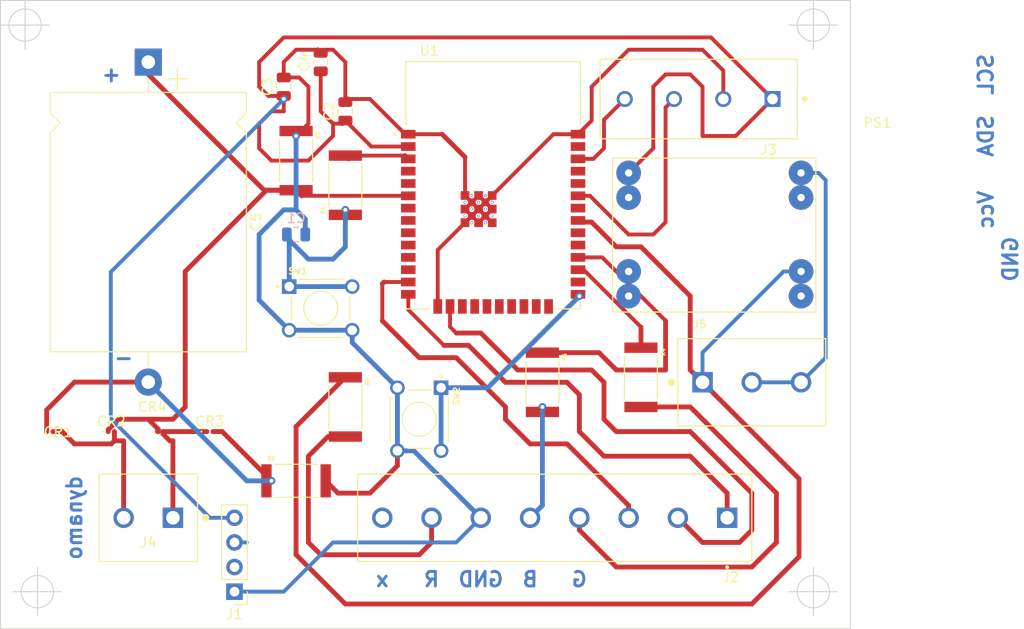
<source format=kicad_pcb>
(kicad_pcb (version 20211014) (generator pcbnew)
  (layers (0 "F.Cu" signal) (31 "B.Cu" signal) (34 "B.Paste" user) (35 "F.Paste" user) (36 "B.SilkS" user "B.Silkscreen") (37 "F.SilkS" user "F.Silkscreen") (38 "B.Mask" user) (39 "F.Mask" user) (44 "Edge.Cuts" user))
  (net 0 "")
  (net 1 "GND")
  (net 2 "Net-(C1-Pad2)")
  (net 3 "Net-(CR1-Pad1)")
  (net 4 "Net-(C5-Pad1)")
  (net 5 "Net-(C5-Pad2)")
  (net 6 "Net-(CR3-Pad1)")
  (net 7 "Net-(J2-Pad1)")
  (net 8 "Net-(J1-Pad2)")
  (net 9 "Net-(J1-Pad3)")
  (net 10 "+3V3")
  (net 11 "Net-(J2-Pad2)")
  (net 12 "Net-(J2-Pad3)")
  (net 13 "Net-(J3-Pad3)")
  (net 14 "Net-(J2-Pad4)")
  (net 15 "Net-(J2-Pad5)")
  (net 16 "Net-(J2-Pad7)")
  (net 18 "Net-(J3-Pad4)")
  (net 19 "Net-(J5-Pad1)")
  (net 20 "Net-(R1-Pad2)")
  (net 21 "Net-(J5-Pad2)")
  (net 24 "Net-(SW2-Pad1)")
  (net 48 "Net-(R4-Pad1)")
  (net 49 "Net-(R5-Pad1)")
  (net 50 "Net-(R6-Pad1)")
  (footprint "Diode_SMD:D_0201_0603Metric" (layer "F.Cu") (at 127 68.58 180)
    (fp_text reference "CR1" (at -0.86 -0.05) (layer "F.SilkS"))
    (fp_text value "1N4148W-TP")
    (fp_circle (center -0.86 0) (end -0.81 0) (layer "F.SilkS") (width 0.1) (fill none))
    (pad "1" smd roundrect (at -0.32 0 180) (size 0.46 0.4) (layers "F.Cu" "F.Mask") (net 3 "Net-(CR1-Pad1)"))
    (pad "2" smd roundrect (at 0.32 0 180) (size 0.46 0.4) (layers "F.Cu" "F.Mask") (net 5 "Net-(C5-Pad2)"))
  )
  (footprint "282837-4:TE_282837-4" (layer "F.Cu") (at 201.5325 34.29 180)
    (fp_text reference "J3" (at 0.4057 -5.22403) (layer "F.SilkS") (effects (font (size 1.001732 1.001732))))
    (fp_text value "282837-4")
    (fp_line (start 17.78 4.1) (end -2.54 4.1) (layer "F.SilkS") (width 0.127))
    (fp_line (start -2.54 4.1) (end -2.54 -4.1) (layer "F.SilkS") (width 0.127))
    (fp_line (start 17.78 -4.1) (end 17.78 4.1) (layer "F.SilkS") (width 0.127))
    (fp_line (start -2.54 -4.1) (end 17.78 -4.1) (layer "F.SilkS") (width 0.127))
    (fp_circle (center -3.31 0) (end -3.16 0) (layer "F.SilkS") (width 0.3) (fill none))
    (pad "1" thru_hole rect locked (at 0 0 180) (size 1.65 1.65) (drill 1.1) (layers *.Cu *.Mask) (net 10 "+3V3"))
    (pad "2" thru_hole circle locked (at 5.08 0 180) (size 1.65 1.65) (drill 1.1) (layers *.Cu *.Mask) (net 1 "GND"))
    (pad "3" thru_hole circle locked (at 10.16 0 180) (size 1.65 1.65) (drill 1.1) (layers *.Cu *.Mask) (net 13 "Net-(J3-Pad3)"))
    (pad "4" thru_hole circle locked (at 15.24 0 180) (size 1.65 1.65) (drill 1.1) (layers *.Cu *.Mask) (net 18 "Net-(J3-Pad4)"))
  )
  (footprint "libraries:RESC6332X65N" (layer "F.Cu") (at 157.48 43.18 90)
    (fp_text reference "R1" (at -2.59 -2.3 90) (layer "F.SilkS") (effects (font (size 0.393701 0.393701))))
    (fp_text value "10k")
    (fp_line (start -2.2 -1.7) (end 2.2 -1.7) (layer "F.SilkS") (width 0.127))
    (fp_line (start -2.2 1.7) (end 2.2 1.7) (layer "F.SilkS") (width 0.127))
    (pad "1" smd rect locked (at -3.055 0 90) (size 1.07 3.42) (layers "F.Cu" "F.Paste" "F.Mask") (net 2 "Net-(C1-Pad2)"))
    (pad "2" smd rect locked (at 3.055 0 90) (size 1.07 3.42) (layers "F.Cu" "F.Paste" "F.Mask") (net 20 "Net-(R1-Pad2)"))
  )
  (footprint "libraries:RESC6332X65N" (layer "F.Cu") (at 157.48 66.04 -90)
    (fp_text reference "R6" (at -2.59 -2.3 90) (layer "F.SilkS") (effects (font (size 0.393701 0.393701))))
    (fp_text value "82")
    (fp_line (start -2.2 -1.7) (end 2.2 -1.7) (layer "F.SilkS") (width 0.127))
    (fp_line (start -2.2 1.7) (end 2.2 1.7) (layer "F.SilkS") (width 0.127))
    (pad "1" smd rect locked (at -3.055 0 270) (size 1.07 3.42) (layers "F.Cu" "F.Paste" "F.Mask") (net 50 "Net-(R6-Pad1)"))
    (pad "2" smd rect locked (at 3.055 0 270) (size 1.07 3.42) (layers "F.Cu" "F.Paste" "F.Mask") (net 16 "Net-(J2-Pad7)"))
  )
  (footprint "Capacitor_SMD:C_0805_2012Metric" (layer "F.Cu") (at 157.48 35.56 90)
    (fp_text reference "C2" (at 0 -1.68 90) (layer "F.SilkS"))
    (fp_text value "220u")
    (fp_line (start -0.261252 0.735) (end 0.261252 0.735) (layer "F.SilkS") (width 0.12))
    (fp_line (start -0.261252 -0.735) (end 0.261252 -0.735) (layer "F.SilkS") (width 0.12))
    (pad "1" smd roundrect (at -0.95 0 90) (size 1 1.45) (layers "F.Cu" "F.Paste" "F.Mask") (net 10 "+3V3"))
    (pad "2" smd roundrect (at 0.95 0 90) (size 1 1.45) (layers "F.Cu" "F.Paste" "F.Mask") (net 1 "GND"))
  )
  (footprint "Capacitor_THT:CP_Axial_L26.5mm_D20.0mm_P33.00mm_Horizontal" (layer "F.Cu") (at 137.16 30.48 -90)
    (fp_text reference "C5" (at 16.5 -11.12 90) (layer "F.SilkS"))
    (fp_text value "1000µ")
    (fp_line (start 5.23 -10.12) (end 6.28 -9.07) (layer "F.SilkS") (width 0.12))
    (fp_line (start 1.64 0) (end 3.13 0) (layer "F.SilkS") (width 0.12))
    (fp_line (start 1.73 -4.05) (end 1.73 -1.95) (layer "F.SilkS") (width 0.12))
    (fp_line (start 31.36 0) (end 29.87 0) (layer "F.SilkS") (width 0.12))
    (fp_line (start 0.68 -3) (end 2.78 -3) (layer "F.SilkS") (width 0.12))
    (fp_line (start 3.13 10.12) (end 5.23 10.12) (layer "F.SilkS") (width 0.12))
    (fp_line (start 29.87 -10.12) (end 29.87 10.12) (layer "F.SilkS") (width 0.12))
    (fp_line (start 3.13 -10.12) (end 5.23 -10.12) (layer "F.SilkS") (width 0.12))
    (fp_line (start 7.33 10.12) (end 29.87 10.12) (layer "F.SilkS") (width 0.12))
    (fp_line (start 7.33 -10.12) (end 29.87 -10.12) (layer "F.SilkS") (width 0.12))
    (fp_line (start 6.28 -9.07) (end 7.33 -10.12) (layer "F.SilkS") (width 0.12))
    (fp_line (start 3.13 -10.12) (end 3.13 10.12) (layer "F.SilkS") (width 0.12))
    (fp_line (start 6.28 9.07) (end 7.33 10.12) (layer "F.SilkS") (width 0.12))
    (fp_line (start 5.23 10.12) (end 6.28 9.07) (layer "F.SilkS") (width 0.12))
    (pad "1" thru_hole rect (at 0 0 270) (size 2.8 2.8) (drill 1.4) (layers *.Cu *.Mask) (net 4 "Net-(C5-Pad1)"))
    (pad "2" thru_hole oval (at 33 0 270) (size 2.8 2.8) (drill 1.4) (layers *.Cu *.Mask) (net 5 "Net-(C5-Pad2)"))
  )
  (footprint "libraries:TE_282841-2" (layer "F.Cu") (at 137.16 77.47 180)
    (fp_text reference "J4" (at 0 -2.54) (layer "F.SilkS") (effects (font (size 1.000984 1.000984))))
    (fp_text value "282841-2")
    (fp_line (start -5.08 -4.5) (end -5.08 4.5) (layer "F.SilkS") (width 0.127))
    (fp_line (start 5.08 -4.5) (end -5.08 -4.5) (layer "F.SilkS") (width 0.127))
    (fp_line (start 5.08 4.5) (end 5.08 -4.5) (layer "F.SilkS") (width 0.127))
    (fp_line (start -5.08 4.5) (end 5.08 4.5) (layer "F.SilkS") (width 0.127))
    (fp_circle (center -5.89 0) (end -5.69 0) (layer "F.SilkS") (width 0.4) (fill none))
    (pad "1" thru_hole rect locked (at -2.54 0 180) (size 2.1 2.1) (drill 1.4) (layers *.Cu *.Mask) (net 6 "Net-(CR3-Pad1)"))
    (pad "2" thru_hole circle locked (at 2.54 0 180) (size 2.1 2.1) (drill 1.4) (layers *.Cu *.Mask) (net 3 "Net-(CR1-Pad1)"))
  )
  (footprint "Diode_SMD:D_0201_0603Metric" (layer "F.Cu") (at 138.43 68.58)
    (fp_text reference "CR4" (at -0.86 -2.54) (layer "F.SilkS"))
    (fp_text value "1N4148W-TP")
    (fp_circle (center -0.86 0) (end -0.81 0) (layer "F.SilkS") (width 0.1) (fill none))
    (pad "1" smd roundrect (at -0.32 0) (size 0.46 0.4) (layers "F.Cu" "F.Mask") (net 4 "Net-(C5-Pad1)"))
    (pad "2" smd roundrect (at 0.32 0) (size 0.46 0.4) (layers "F.Cu" "F.Mask") (net 6 "Net-(CR3-Pad1)"))
  )
  (footprint "libraries:TE_282841-3" (layer "F.Cu") (at 199.39 63.5)
    (fp_text reference "J5" (at -5.342035 -5.977995) (layer "F.SilkS") (effects (font (size 0.801205 0.801205))))
    (fp_text value "12V DC")
    (fp_line (start 7.62 4.5) (end 7.62 -4.5) (layer "F.SilkS") (width 0.127))
    (fp_line (start -7.62 4.5) (end 7.62 4.5) (layer "F.SilkS") (width 0.127))
    (fp_line (start -7.62 -4.5) (end -7.62 4.5) (layer "F.SilkS") (width 0.127))
    (fp_line (start 7.62 -4.5) (end -7.62 -4.5) (layer "F.SilkS") (width 0.127))
    (fp_circle (center -8.28 0) (end -8.08 0) (layer "F.SilkS") (width 0.4) (fill none))
    (pad "1" thru_hole rect locked (at -5.08 0) (size 2.1 2.1) (drill 1.4) (layers *.Cu *.Mask) (net 19 "Net-(J5-Pad1)"))
    (pad "2" thru_hole circle locked (at 0 0) (size 2.1 2.1) (drill 1.4) (layers *.Cu *.Mask) (net 21 "Net-(J5-Pad2)"))
    (pad "3" thru_hole circle locked (at 5.08 0) (size 2.1 2.1) (drill 1.4) (layers *.Cu *.Mask) (net 21 "Net-(J5-Pad2)"))
  )
  (footprint "Capacitor_SMD:C_0805_2012Metric" (layer "F.Cu") (at 151.13 33.02 90)
    (fp_text reference "C3" (at 0 -1.68 90) (layer "F.SilkS"))
    (fp_text value "22u")
    (fp_line (start -0.261252 0.735) (end 0.261252 0.735) (layer "F.SilkS") (width 0.12))
    (fp_line (start -0.261252 -0.735) (end 0.261252 -0.735) (layer "F.SilkS") (width 0.12))
    (pad "1" smd roundrect (at -0.95 0 90) (size 1 1.45) (layers "F.Cu" "F.Paste" "F.Mask") (net 10 "+3V3"))
    (pad "2" smd roundrect (at 0.95 0 90) (size 1 1.45) (layers "F.Cu" "F.Paste" "F.Mask") (net 1 "GND"))
  )
  (footprint "Capacitor_SMD:C_0805_2012Metric" (layer "F.Cu") (at 154.94 30.48 90)
    (fp_text reference "C4" (at 0 -1.68 90) (layer "F.SilkS"))
    (fp_text value "0.1u")
    (fp_line (start -0.261252 -0.735) (end 0.261252 -0.735) (layer "F.SilkS") (width 0.12))
    (fp_line (start -0.261252 0.735) (end 0.261252 0.735) (layer "F.SilkS") (width 0.12))
    (pad "1" smd roundrect (at -0.95 0 90) (size 1 1.45) (layers "F.Cu" "F.Paste" "F.Mask") (net 10 "+3V3"))
    (pad "2" smd roundrect (at 0.95 0 90) (size 1 1.45) (layers "F.Cu" "F.Paste" "F.Mask") (net 1 "GND"))
  )
  (footprint "libraries:RESC6332X65N" (layer "F.Cu") (at 177.8 63.5 -90)
    (fp_text reference "R5" (at -2.59 -2.3 90) (layer "F.SilkS") (effects (font (size 0.393701 0.393701))))
    (fp_text value "82")
    (fp_line (start -2.2 -1.7) (end 2.2 -1.7) (layer "F.SilkS") (width 0.127))
    (fp_line (start -2.2 1.7) (end 2.2 1.7) (layer "F.SilkS") (width 0.127))
    (pad "1" smd rect locked (at -3.055 0 270) (size 1.07 3.42) (layers "F.Cu" "F.Paste" "F.Mask") (net 49 "Net-(R5-Pad1)"))
    (pad "2" smd rect locked (at 3.055 0 270) (size 1.07 3.42) (layers "F.Cu" "F.Paste" "F.Mask") (net 15 "Net-(J2-Pad5)"))
  )
  (footprint "libraries:RESC6332X65N" (layer "F.Cu") (at 152.4 40.64 -90)
    (fp_text reference "R3" (at -2.59 -2.3 90) (layer "F.SilkS") (effects (font (size 0.393701 0.393701))))
    (fp_text value "120")
    (fp_line (start -2.2 1.7) (end 2.2 1.7) (layer "F.SilkS") (width 0.127))
    (fp_line (start -2.2 -1.7) (end 2.2 -1.7) (layer "F.SilkS") (width 0.127))
    (pad "1" smd rect locked (at -3.055 0 270) (size 1.07 3.42) (layers "F.Cu" "F.Paste" "F.Mask") (net 1 "GND"))
    (pad "2" smd rect locked (at 3.055 0 270) (size 1.07 3.42) (layers "F.Cu" "F.Paste" "F.Mask") (net 4 "Net-(C5-Pad1)"))
  )
  (footprint "libraries:SW_1825910-6-4" (layer "F.Cu") (at 165.1 67.31 -90)
    (fp_text reference "SW2" (at -2.3627 -3.844398 90) (layer "F.SilkS") (effects (font (size 0.630643 0.630643))))
    (fp_text value "BOOT")
    (fp_line (start -2.995 -1.15) (end -2.995 1.15) (layer "F.SilkS") (width 0.127))
    (fp_line (start 3 -1.15) (end 3 1.15) (layer "F.SilkS") (width 0.127))
    (fp_line (start -2.2 -2.995) (end 2.3 -2.995) (layer "F.SilkS") (width 0.127))
    (fp_line (start 2.3 2.995) (end -2.3 2.995) (layer "F.SilkS") (width 0.127))
    (fp_circle (center -4.445 -2.25) (end -4.345 -2.25) (layer "F.SilkS") (width 0.2) (fill none))
    (fp_circle (center 0 0) (end 1.755 0) (layer "F.SilkS") (width 0.127) (fill none))
    (pad "1" thru_hole rect locked (at -3.25 -2.25 270) (size 1.498 1.498) (drill 0.99) (layers *.Cu *.Mask) (net 24 "Net-(SW2-Pad1)"))
    (pad "2" thru_hole circle locked (at 3.25 -2.25 270) (size 1.498 1.498) (drill 0.99) (layers *.Cu *.Mask) (net 24 "Net-(SW2-Pad1)"))
    (pad "3" thru_hole circle locked (at -3.25 2.25 270) (size 1.498 1.498) (drill 0.99) (layers *.Cu *.Mask) (net 1 "GND"))
    (pad "4" thru_hole circle locked (at 3.25 2.25 270) (size 1.498 1.498) (drill 0.99) (layers *.Cu *.Mask) (net 1 "GND"))
  )
  (footprint "Diode_SMD:D_0201_0603Metric" (layer "F.Cu") (at 143.51 68.58)
    (fp_text reference "CR3" (at 0 -1.05) (layer "F.SilkS"))
    (fp_text value "1N4148W-TP")
    (fp_circle (center -0.86 0) (end -0.81 0) (layer "F.SilkS") (width 0.1) (fill none))
    (pad "1" smd roundrect (at -0.32 0) (size 0.46 0.4) (layers "F.Cu" "F.Mask") (net 6 "Net-(CR3-Pad1)"))
    (pad "2" smd roundrect (at 0.32 0) (size 0.46 0.4) (layers "F.Cu" "F.Mask") (net 5 "Net-(C5-Pad2)"))
  )
  (footprint "libraries:XCVR_ESP32-WROOM-32E_(16MB)" (layer "F.Cu") (at 172.72 43.18)
    (fp_text reference "U1" (at -6.575 -13.885) (layer "F.SilkS"))
    (fp_text value "ESP32-WROOM-32E_(16MB)")
    (fp_line (start 6.55 12.75) (end 9 12.75) (layer "F.SilkS") (width 0.127))
    (fp_line (start -9 12.1) (end -9 12.75) (layer "F.SilkS") (width 0.127))
    (fp_line (start 9 12.75) (end 9 12.1) (layer "F.SilkS") (width 0.127))
    (fp_line (start -9 -12.75) (end 9 -12.75) (layer "F.SilkS") (width 0.127))
    (fp_line (start -9 -6.25) (end -9 -12.75) (layer "F.SilkS") (width 0.127))
    (fp_line (start -9 12.75) (end -6.55 12.75) (layer "F.SilkS") (width 0.127))
    (fp_line (start 9 -12.75) (end 9 -6.25) (layer "F.SilkS") (width 0.127))
    (fp_circle (center -10.2 -5.26) (end -10.1 -5.26) (layer "F.SilkS") (width 0.2) (fill none))
    (pad "1" smd rect locked (at -8.75 -5.26) (size 1.5 0.9) (layers "F.Cu" "F.Paste" "F.Mask") (net 1 "GND"))
    (pad "2" smd rect locked (at -8.75 -3.99) (size 1.5 0.9) (layers "F.Cu" "F.Paste" "F.Mask") (net 10 "+3V3"))
    (pad "3" smd rect locked (at -8.75 -2.72) (size 1.5 0.9) (layers "F.Cu" "F.Paste" "F.Mask") (net 20 "Net-(R1-Pad2)"))
    (pad "4" smd rect locked (at -8.75 -1.45) (size 1.5 0.9) (layers "F.Cu" "F.Paste" "F.Mask"))
    (pad "5" smd rect locked (at -8.75 -0.18) (size 1.5 0.9) (layers "F.Cu" "F.Paste" "F.Mask"))
    (pad "6" smd rect locked (at -8.75 1.09) (size 1.5 0.9) (layers "F.Cu" "F.Paste" "F.Mask") (net 4 "Net-(C5-Pad1)"))
    (pad "7" smd rect locked (at -8.75 2.36) (size 1.5 0.9) (layers "F.Cu" "F.Paste" "F.Mask"))
    (pad "8" smd rect locked (at -8.75 3.63) (size 1.5 0.9) (layers "F.Cu" "F.Paste" "F.Mask"))
    (pad "9" smd rect locked (at -8.75 4.9) (size 1.5 0.9) (layers "F.Cu" "F.Paste" "F.Mask"))
    (pad "10" smd rect locked (at -8.75 6.17) (size 1.5 0.9) (layers "F.Cu" "F.Paste" "F.Mask"))
    (pad "11" smd rect locked (at -8.75 7.44) (size 1.5 0.9) (layers "F.Cu" "F.Paste" "F.Mask"))
    (pad "12" smd rect locked (at -8.75 8.71) (size 1.5 0.9) (layers "F.Cu" "F.Paste" "F.Mask"))
    (pad "13" smd rect locked (at -8.75 9.98) (size 1.5 0.9) (layers "F.Cu" "F.Paste" "F.Mask") (net 12 "Net-(J2-Pad3)"))
    (pad "14" smd rect locked (at -8.75 11.25) (size 1.5 0.9) (layers "F.Cu" "F.Paste" "F.Mask") (net 7 "Net-(J2-Pad1)"))
    (pad "15" smd rect locked (at -5.715 12.5) (size 0.9 1.5) (layers "F.Cu" "F.Paste" "F.Mask") (net 1 "GND"))
    (pad "16" smd rect locked (at -4.445 12.5) (size 0.9 1.5) (layers "F.Cu" "F.Paste" "F.Mask") (net 11 "Net-(J2-Pad2)"))
    (pad "17" smd rect locked (at -3.175 12.5) (size 0.9 1.5) (layers "F.Cu" "F.Paste" "F.Mask"))
    (pad "18" smd rect locked (at -1.905 12.5) (size 0.9 1.5) (layers "F.Cu" "F.Paste" "F.Mask"))
    (pad "19" smd rect locked (at -0.635 12.5) (size 0.9 1.5) (layers "F.Cu" "F.Paste" "F.Mask"))
    (pad "20" smd rect locked (at 0.635 12.5) (size 0.9 1.5) (layers "F.Cu" "F.Paste" "F.Mask"))
    (pad "21" smd rect locked (at 1.905 12.5) (size 0.9 1.5) (layers "F.Cu" "F.Paste" "F.Mask"))
    (pad "22" smd rect locked (at 3.175 12.5) (size 0.9 1.5) (layers "F.Cu" "F.Paste" "F.Mask"))
    (pad "23" smd rect locked (at 4.445 12.5) (size 0.9 1.5) (layers "F.Cu" "F.Paste" "F.Mask"))
    (pad "24" smd rect locked (at 5.715 12.5) (size 0.9 1.5) (layers "F.Cu" "F.Paste" "F.Mask"))
    (pad "25" smd rect locked (at 8.75 11.25) (size 1.5 0.9) (layers "F.Cu" "F.Paste" "F.Mask") (net 24 "Net-(SW2-Pad1)"))
    (pad "26" smd rect locked (at 8.75 9.98) (size 1.5 0.9) (layers "F.Cu" "F.Paste" "F.Mask"))
    (pad "27" smd rect locked (at 8.75 8.71) (size 1.5 0.9) (layers "F.Cu" "F.Paste" "F.Mask") (net 48 "Net-(R4-Pad1)"))
    (pad "28" smd rect locked (at 8.75 7.44) (size 1.5 0.9) (layers "F.Cu" "F.Paste" "F.Mask") (net 49 "Net-(R5-Pad1)"))
    (pad "29" smd rect locked (at 8.75 6.17) (size 1.5 0.9) (layers "F.Cu" "F.Paste" "F.Mask"))
    (pad "30" smd rect locked (at 8.75 4.9) (size 1.5 0.9) (layers "F.Cu" "F.Paste" "F.Mask"))
    (pad "31" smd rect locked (at 8.75 3.63) (size 1.5 0.9) (layers "F.Cu" "F.Paste" "F.Mask") (net 50 "Net-(R6-Pad1)"))
    (pad "32" smd rect locked (at 8.75 2.36) (size 1.5 0.9) (layers "F.Cu" "F.Paste" "F.Mask"))
    (pad "33" smd rect locked (at 8.75 1.09) (size 1.5 0.9) (layers "F.Cu" "F.Paste" "F.Mask") (net 13 "Net-(J3-Pad3)"))
    (pad "34" smd rect locked (at 8.75 -0.18) (size 1.5 0.9) (layers "F.Cu" "F.Paste" "F.Mask") (net 8 "Net-(J1-Pad2)"))
    (pad "35" smd rect locked (at 8.75 -1.45) (size 1.5 0.9) (layers "F.Cu" "F.Paste" "F.Mask") (net 9 "Net-(J1-Pad3)"))
    (pad "36" smd rect locked (at 8.75 -2.72) (size 1.5 0.9) (layers "F.Cu" "F.Paste" "F.Mask") (net 18 "Net-(J3-Pad4)"))
    (pad "37" smd rect locked (at 8.75 -3.99) (size 1.5 0.9) (layers "F.Cu" "F.Paste" "F.Mask"))
    (pad "38" smd rect locked (at 8.75 -5.26) (size 1.5 0.9) (layers "F.Cu" "F.Paste" "F.Mask") (net 1 "GND"))
    (pad "39_1" smd rect locked (at -2.9 1.06) (size 0.9 0.9) (layers "F.Cu" "F.Paste" "F.Mask") (net 1 "GND"))
    (pad "39_2" smd rect locked (at -1.5 1.06) (size 0.9 0.9) (layers "F.Cu" "F.Paste" "F.Mask") (net 1 "GND"))
    (pad "39_3" smd rect locked (at -0.1 1.06) (size 0.9 0.9) (layers "F.Cu" "F.Paste" "F.Mask") (net 1 "GND"))
    (pad "39_4" smd rect locked (at -2.9 2.46) (size 0.9 0.9) (layers "F.Cu" "F.Paste" "F.Mask") (net 1 "GND"))
    (pad "39_5" smd rect locked (at -1.5 2.46) (size 0.9 0.9) (layers "F.Cu" "F.Paste" "F.Mask") (net 1 "GND"))
    (pad "39_6" smd rect locked (at -0.1 2.46) (size 0.9 0.9) (layers "F.Cu" "F.Paste" "F.Mask") (net 1 "GND"))
    (pad "39_7" smd rect locked (at -2.9 3.86) (size 0.9 0.9) (layers "F.Cu" "F.Paste" "F.Mask") (net 1 "GND"))
    (pad "39_8" smd rect locked (at -1.5 3.86) (size 0.9 0.9) (layers "F.Cu" "F.Paste" "F.Mask") (net 1 "GND"))
    (pad "39_9" smd rect locked (at -0.1 3.86) (size 0.9 0.9) (layers "F.Cu" "F.Paste" "F.Mask") (net 1 "GND"))
    (pad "39_10" thru_hole circle locked (at -2.2 1.06) (size 0.3 0.3) (drill 0.2) (layers *.Cu))
    (pad "39_11" thru_hole circle locked (at -0.8 1.06) (size 0.3 0.3) (drill 0.2) (layers *.Cu))
    (pad "39_12" thru_hole circle locked (at -2.9 1.76) (size 0.3 0.3) (drill 0.2) (layers *.Cu))
    (pad "39_13" thru_hole circle locked (at -1.5 1.76) (size 0.3 0.3) (drill 0.2) (layers *.Cu))
    (pad "39_14" thru_hole circle locked (at -0.1 1.76) (size 0.3 0.3) (drill 0.2) (layers *.Cu))
    (pad "39_15" thru_hole circle locked (at -2.2 2.46) (size 0.3 0.3) (drill 0.2) (layers *.Cu))
    (pad "39_16" thru_hole circle locked (at -0.8 2.46) (size 0.3 0.3) (drill 0.2) (layers *.Cu))
    (pad "39_17" thru_hole circle locked (at -2.9 3.16) (size 0.3 0.3) (drill 0.2) (layers *.Cu))
    (pad "39_18" thru_hole circle locked (at -1.5 3.16) (size 0.3 0.3) (drill 0.2) (layers *.Cu))
    (pad "39_19" thru_hole circle locked (at -0.1 3.16) (size 0.3 0.3) (drill 0.2) (layers *.Cu))
    (pad "39_20" thru_hole circle locked (at -2.2 3.86) (size 0.3 0.3) (drill 0.2) (layers *.Cu))
    (pad "39_21" thru_hole circle locked (at -0.8 3.86) (size 0.3 0.3) (drill 0.2) (layers *.Cu))
  )
  (footprint "libraries:RESC6332X65N" (layer "F.Cu") (at 187.96 62.985 -90)
    (fp_text reference "R4" (at -2.59 -2.3 90) (layer "F.SilkS") (effects (font (size 0.393701 0.393701))))
    (fp_text value "82")
    (fp_line (start -2.2 1.7) (end 2.2 1.7) (layer "F.SilkS") (width 0.127))
    (fp_line (start -2.2 -1.7) (end 2.2 -1.7) (layer "F.SilkS") (width 0.127))
    (pad "1" smd rect locked (at -3.055 0 270) (size 1.07 3.42) (layers "F.Cu" "F.Paste" "F.Mask") (net 48 "Net-(R4-Pad1)"))
    (pad "2" smd rect locked (at 3.055 0 270) (size 1.07 3.42) (layers "F.Cu" "F.Paste" "F.Mask") (net 14 "Net-(J2-Pad4)"))
  )
  (footprint "libraries:RESC6332X65N" (layer "F.Cu") (at 152.4 73.66)
    (fp_text reference "R2" (at -2.59 -2.3) (layer "F.SilkS") (effects (font (size 0.393701 0.393701))))
    (fp_text value "560")
    (fp_line (start -2.2 -1.7) (end 2.2 -1.7) (layer "F.SilkS") (width 0.127))
    (fp_line (start -2.2 1.7) (end 2.2 1.7) (layer "F.SilkS") (width 0.127))
    (pad "1" smd rect locked (at -3.055 0) (size 1.07 3.42) (layers "F.Cu" "F.Paste" "F.Mask") (net 5 "Net-(C5-Pad2)"))
    (pad "2" smd rect locked (at 3.055 0) (size 1.07 3.42) (layers "F.Cu" "F.Paste" "F.Mask") (net 1 "GND"))
  )
  (footprint "Diode_SMD:D_0201_0603Metric" (layer "F.Cu") (at 133.35 68.58)
    (fp_text reference "CR2" (at 0 -1.05) (layer "F.SilkS"))
    (fp_text value "1N4148W-TP")
    (fp_circle (center -0.86 0) (end -0.81 0) (layer "F.SilkS") (width 0.1) (fill none))
    (pad "1" smd roundrect locked (at -0.32 0) (size 0.46 0.4) (layers "F.Cu" "F.Mask") (net 4 "Net-(C5-Pad1)"))
    (pad "2" smd roundrect locked (at 0.32 0) (size 0.46 0.4) (layers "F.Cu" "F.Mask") (net 3 "Net-(CR1-Pad1)"))
  )
  (footprint "libraries:Buck Converter" (layer "F.Cu") (at 195.58 48.26)
    (fp_text reference "PS1" (at 16.764 -11.509 unlocked) (layer "F.SilkS"))
    (fp_text value "ITX0512SA")
    (fp_rect (start -10.541 -7.874) (end 10.414 8.001) (layer "F.SilkS") (width 0.12) (fill none))
    (pad "1a" thru_hole circle (at 8.89 -6.35) (size 2.54 2.54) (drill 0.762) (layers *.Cu *.Mask) (net 21 "Net-(J5-Pad2)"))
    (pad "1b" thru_hole circle (at 8.89 -3.81) (size 2.54 2.54) (drill 0.762) (layers *.Cu *.Mask))
    (pad "2a" thru_hole circle (at 8.89 3.81) (size 2.54 2.54) (drill 0.762) (layers *.Cu *.Mask) (net 19 "Net-(J5-Pad1)"))
    (pad "2b" thru_hole circle (at 8.89 6.35) (size 2.54 2.54) (drill 0.762) (layers *.Cu *.Mask))
    (pad "3a" thru_hole circle (at -8.89 -6.35) (size 2.54 2.54) (drill 0.762) (layers *.Cu *.Mask) (net 10 "+3V3"))
    (pad "3b" thru_hole circle (at -8.89 -3.81) (size 2.54 2.54) (drill 0.762) (layers *.Cu *.Mask))
    (pad "4a" thru_hole circle (at -8.89 3.81) (size 2.54 2.54) (drill 0.762) (layers *.Cu *.Mask) (net 1 "GND"))
    (pad "4b" thru_hole circle (at -8.89 6.35) (size 2.54 2.54) (drill 0.762) (layers *.Cu *.Mask))
  )
  (footprint "libraries:TE_282841-8" (layer "F.Cu") (at 179.07 77.47 180)
    (fp_text reference "J2" (at -18.145 -6.135) (layer "F.SilkS"))
    (fp_text value "R pinnen RGB strips")
    (fp_line (start 20.32 4.5) (end -20.32 4.5) (layer "F.SilkS") (width 0.127))
    (fp_line (start -20.32 4.5) (end -20.32 -4.5) (layer "F.SilkS") (width 0.127))
    (fp_line (start -20.32 -4.5) (end 20.32 -4.5) (layer "F.SilkS") (width 0.127))
    (fp_line (start 20.32 -4.5) (end 20.32 4.5) (layer "F.SilkS") (width 0.127))
    (fp_circle (center -17.78 -5.1) (end -17.68 -5.1) (layer "F.SilkS") (width 0.2) (fill none))
    (pad "1" thru_hole rect locked (at -17.78 0 180) (size 2.1 2.1) (drill 1.4) (layers *.Cu *.Mask) (net 7 "Net-(J2-Pad1)"))
    (pad "2" thru_hole circle locked (at -12.7 0 180) (size 2.1 2.1) (drill 1.4) (layers *.Cu *.Mask) (net 11 "Net-(J2-Pad2)"))
    (pad "3" thru_hole circle locked (at -7.62 0 180) (size 2.1 2.1) (drill 1.4) (layers *.Cu *.Mask) (net 12 "Net-(J2-Pad3)"))
    (pad "4" thru_hole circle locked (at -2.54 0 180) (size 2.1 2.1) (drill 1.4) (layers *.Cu *.Mask) (net 14 "Net-(J2-Pad4)"))
    (pad "5" thru_hole circle locked (at 2.54 0 180) (size 2.1 2.1) (drill 1.4) (layers *.Cu *.Mask) (net 15 "Net-(J2-Pad5)"))
    (pad "6" thru_hole circle locked (at 7.62 0 180) (size 2.1 2.1) (drill 1.4) (layers *.Cu *.Mask) (net 1 "GND"))
    (pad "7" thru_hole circle locked (at 12.7 0 180) (size 2.1 2.1) (drill 1.4) (layers *.Cu *.Mask) (net 16 "Net-(J2-Pad7)"))
    (pad "8" thru_hole circle locked (at 17.78 0 180) (size 2.1 2.1) (drill 1.4) (layers *.Cu *.Mask))
  )
  (footprint "Connector_PinHeader_2.54mm:PinHeader_1x04_P2.54mm_Vertical" (layer "F.Cu") (at 146.05 85.09 180)
    (fp_text reference "J1" (at 0 -2.33) (layer "F.SilkS"))
    (fp_text value "Conn_01x04_Female")
    (fp_line (start -1.33 1.27) (end 1.33 1.27) (layer "F.SilkS") (width 0.12))
    (fp_line (start -1.33 0) (end -1.33 -1.33) (layer "F.SilkS") (width 0.12))
    (fp_line (start 1.33 1.27) (end 1.33 8.95) (layer "F.SilkS") (width 0.12))
    (fp_line (start -1.33 1.27) (end -1.33 8.95) (layer "F.SilkS") (width 0.12))
    (fp_line (start -1.33 -1.33) (end 0 -1.33) (layer "F.SilkS") (width 0.12))
    (fp_line (start -1.33 8.95) (end 1.33 8.95) (layer "F.SilkS") (width 0.12))
    (pad "1" thru_hole rect (at 0 0 180) (size 1.7 1.7) (drill 1) (layers *.Cu *.Mask) (net 1 "GND"))
    (pad "2" thru_hole oval (at 0 2.54 180) (size 1.7 1.7) (drill 1) (layers *.Cu *.Mask) (net 8 "Net-(J1-Pad2)"))
    (pad "3" thru_hole oval (at 0 5.08 180) (size 1.7 1.7) (drill 1) (layers *.Cu *.Mask) (net 9 "Net-(J1-Pad3)"))
    (pad "4" thru_hole oval (at 0 7.62 180) (size 1.7 1.7) (drill 1) (layers *.Cu *.Mask) (net 10 "+3V3"))
  )
  (footprint "libraries:SW_1825910-6-4" (layer "F.Cu") (at 154.94 55.88)
    (fp_text reference "SW1" (at -2.3627 -3.844398) (layer "F.SilkS") (effects (font (size 0.630643 0.630643))))
    (fp_text value "ENABLE")
    (fp_line (start 2.3 2.995) (end -2.3 2.995) (layer "F.SilkS") (width 0.127))
    (fp_line (start 3 -1.15) (end 3 1.15) (layer "F.SilkS") (width 0.127))
    (fp_line (start -2.2 -2.995) (end 2.3 -2.995) (layer "F.SilkS") (width 0.127))
    (fp_line (start -2.995 -1.15) (end -2.995 1.15) (layer "F.SilkS") (width 0.127))
    (fp_circle (center -4.445 -2.25) (end -4.345 -2.25) (layer "F.SilkS") (width 0.2) (fill none))
    (fp_circle (center 0 0) (end 1.755 0) (layer "F.SilkS") (width 0.127) (fill none))
    (pad "1" thru_hole rect locked (at -3.25 -2.25) (size 1.498 1.498) (drill 0.99) (layers *.Cu *.Mask) (net 2 "Net-(C1-Pad2)"))
    (pad "2" thru_hole circle locked (at 3.25 -2.25) (size 1.498 1.498) (drill 0.99) (layers *.Cu *.Mask) (net 2 "Net-(C1-Pad2)"))
    (pad "3" thru_hole circle locked (at -3.25 2.25) (size 1.498 1.498) (drill 0.99) (layers *.Cu *.Mask) (net 1 "GND"))
    (pad "4" thru_hole circle locked (at 3.25 2.25) (size 1.498 1.498) (drill 0.99) (layers *.Cu *.Mask) (net 1 "GND"))
  )
  (footprint "Capacitor_SMD:C_0805_2012Metric" (layer "B.Cu") (at 152.4 48.26 180)
    (fp_text reference "C1" (at 0 1.68) (layer "B.SilkS") (effects (justify mirror)))
    (fp_text value "1u")
    (fp_line (start -0.261252 -0.735) (end 0.261252 -0.735) (layer "B.SilkS") (width 0.12))
    (fp_line (start -0.261252 0.735) (end 0.261252 0.735) (layer "B.SilkS") (width 0.12))
    (pad "1" smd roundrect locked (at -0.95 0 180) (size 1 1.45) (layers "B.Cu" "B.Paste" "B.Mask") (net 1 "GND"))
    (pad "2" smd roundrect locked (at 0.95 0 180) (size 1 1.45) (layers "B.Cu" "B.Paste" "B.Mask") (net 2 "Net-(C1-Pad2)"))
  )
  (gr_rect (start 121.92 24.13) (end 209.55 88.9) (layer "Edge.Cuts") (width 0.1) (fill none))
  (gr_text "dynamo" (at 129.54 77.47 90) (layer "B.Cu") (effects (font (size 1.5 1.5) (thickness 0.3)) (justify mirror)))
  (gr_text "Vcc" (at 223.52 45.72 90) (layer "B.Cu") (effects (font (size 1.5 1.5) (thickness 0.3)) (justify mirror)))
  (gr_text "GND" (at 171.45 83.82) (layer "B.Cu") (effects (font (size 1.5 1.5) (thickness 0.3)) (justify mirror)))
  (gr_text "B" (at 176.53 83.82) (layer "B.Cu") (effects (font (size 1.5 1.5) (thickness 0.3)) (justify mirror)))
  (gr_text "-\n" (at 134.62 60.96) (layer "B.Cu") (effects (font (size 1.5 1.5) (thickness 0.3)) (justify mirror)))
  (gr_text "GND" (at 226.06 50.8 90) (layer "B.Cu") (effects (font (size 1.5 1.5) (thickness 0.3)) (justify mirror)))
  (gr_text "R" (at 166.37 83.82) (layer "B.Cu") (effects (font (size 1.5 1.5) (thickness 0.3)) (justify mirror)))
  (gr_text "SCL" (at 223.52 31.75 90) (layer "B.Cu") (effects (font (size 1.5 1.5) (thickness 0.3)) (justify mirror)))
  (gr_text "+" (at 133.35 31.75) (layer "B.Cu") (effects (font (size 1.5 1.5) (thickness 0.3)) (justify mirror)))
  (gr_text "G" (at 181.61 83.82) (layer "B.Cu") (effects (font (size 1.5 1.5) (thickness 0.3)) (justify mirror)))
  (gr_text "SDA" (at 223.52 38.1 90) (layer "B.Cu") (effects (font (size 1.5 1.5) (thickness 0.3)) (justify mirror)))
  (gr_text "x" (at 161.29 83.82) (layer "B.Cu") (effects (font (size 1.5 1.5) (thickness 0.3)) (justify mirror)))
  (target plus (at 205.74 85.09) (size 5) (width 0.1) (layer "Edge.Cuts"))
  (target plus (at 125.73 85.09) (size 5) (width 0.1) (layer "Edge.Cuts"))
  (target plus (at 124.46 26.67) (size 5) (width 0.1) (layer "Edge.Cuts"))
  (target plus (at 205.74 26.67) (size 5) (width 0.1) (layer "Edge.Cuts"))
  (segment (start 172.125479 46.545479) (end 172.125479 46.134521) (width 0.4) (layer "F.Cu") (net 1))
  (segment (start 160.02 34.29) (end 157.8 34.29) (width 0.4) (layer "F.Cu") (net 1))
  (segment (start 169.82 40.28) (end 167.46 37.92) (width 0.5) (layer "F.Cu") (net 1))
  (segment (start 169.82 47.04) (end 167.005 49.855) (width 0.4) (layer "F.Cu") (net 1))
  (segment (start 156.21 29.21) (end 155.26 29.21) (width 0.4) (layer "F.Cu") (net 1))
  (segment (start 182.88 36.51) (end 181.47 37.92) (width 0.4) (layer "F.Cu") (net 1))
  (segment (start 170.725479 44.734521) (end 171.22 44.24) (width 0.4) (layer "F.Cu") (net 1))
  (segment (start 170.314521 46.134521) (end 170.314521 46.54612) (width 0.4) (layer "F.Cu") (net 1))
  (segment (start 171.22 47.04) (end 171.714521 46.545479) (width 0.4) (layer "F.Cu") (net 1))
  (segment (start 170.725479 45.145479) (end 170.314521 45.145479) (width 0.4) (layer "F.Cu") (net 1))
  (segment (start 169.82 44.24) (end 169.820641 44.24) (width 0.4) (layer "F.Cu") (net 1))
  (segment (start 170.725479 46.545479) (end 171.22 47.04) (width 0.4) (layer "F.Cu") (net 1))
  (segment (start 171.715162 46.134521) (end 172.125479 46.134521) (width 0.4) (layer "F.Cu") (net 1))
  (segment (start 172.125479 45.145479) (end 172.125479 44.734521) (width 0.4) (layer "F.Cu") (net 1))
  (segment (start 172.125479 44.734521) (end 172.62 44.24) (width 0.4) (layer "F.Cu") (net 1))
  (segment (start 171.714521 45.145479) (end 172.125479 45.145479) (width 0.4) (layer "F.Cu") (net 1))
  (segment (start 171.22 44.24) (end 171.714521 44.734521) (width 0.4) (layer "F.Cu") (net 1))
  (segment (start 167.46 37.92) (end 163.97 37.92) (width 0.4) (layer "F.Cu") (net 1))
  (segment (start 194.31 29.21) (end 186.69 29.21) (width 0.4) (layer "F.Cu") (net 1))
  (segment (start 152.4 38.1) (end 153.67 36.83) (width 0.4) (layer "F.Cu") (net 1))
  (segment (start 170.314521 46.54612) (end 170.025479 46.835162) (width 0.4) (layer "F.Cu") (net 1))
  (segment (start 172.62 45.64) (end 172.125479 45.145479) (width 0.4) (layer "F.Cu") (net 1))
  (segment (start 171.22 45.64) (end 170.725479 45.145479) (width 0.4) (layer "F.Cu") (net 1))
  (segment (start 170.314521 45.145479) (end 169.82 45.64) (width 0.4) (layer "F.Cu") (net 1))
  (segment (start 169.82 44.24) (end 169.82 40.28) (width 0.4) (layer "F.Cu") (net 1))
  (segment (start 170.314521 45.145479) (end 170.314521 44.734521) (width 0.4) (layer "F.Cu") (net 1))
  (segment (start 170.314521 46.134521) (end 170.725479 46.134521) (width 0.4) (layer "F.Cu") (net 1))
  (segment (start 163.97 37.92) (end 163.65 37.92) (width 0.5) (layer "F.Cu") (net 1))
  (segment (start 178.94 37.92) (end 181.47 37.92) (width 0.4) (layer "F.Cu") (net 1))
  (segment (start 171.219359 45.64) (end 170.724838 45.145479) (width 0.4) (layer "F.Cu") (net 1))
  (segment (start 154.62 29.21) (end 154.94 29.53) (width 0.5) (layer "F.Cu") (net 1))
  (segment (start 170.724838 45.145479) (end 170.724838 44.735162) (width 0.4) (layer "F.Cu") (net 1))
  (segment (start 152.72 32.07) (end 151.13 32.07) (width 0.4) (layer "F.Cu") (net 1))
  (segment (start 171.714521 46.134521) (end 171.22 45.64) (width 0.4) (layer "F.Cu") (net 1))
  (segment (start 171.22 45.64) (end 171.714521 45.145479) (width 0.4) (layer "F.Cu") (net 1))
  (segment (start 196.4525 31.3525) (end 194.31 29.21) (width 0.4) (layer "F.Cu") (net 1))
  (segment (start 170.725479 46.134521) (end 171.22 45.64) (width 0.4) (layer "F.Cu") (net 1))
  (segment (start 170.314521 44.734521) (end 170.725479 44.734521) (width 0.4) (layer "F.Cu") (net 1))
  (segment (start 153.67 33.02) (end 152.72 32.07) (width 0.4) (layer "F.Cu") (net 1))
  (segment (start 172.62 47.04) (end 172.125479 46.545479) (width 0.4) (layer "F.Cu") (net 1))
  (segment (start 169.82 44.24) (end 170.314521 44.734521) (width 0.4) (layer "F.Cu") (net 1))
  (segment (start 172.125479 46.545479) (end 171.714521 46.545479) (width 0.4) (layer "F.Cu") (net 1))
  (segment (start 162.85 72.1) (end 162.85 70.56) (width 0.5) (layer "F.Cu") (net 1))
  (segment (start 171.22 45.64) (end 171.219359 45.64) (width 0.4) (layer "F.Cu") (net 1))
  (segment (start 171.714521 44.734521) (end 172.125479 44.734521) (width 0.4) (layer "F.Cu") (net 1))
  (segment (start 172.83 44.45) (end 172.72 44.45) (width 0.4) (layer "F.Cu") (net 1))
  (segment (start 163.65 37.92) (end 160.02 34.29) (width 0.4) (layer "F.Cu") (net 1))
  (segment (start 167.005 49.855) (end 167.005 55.68) (width 0.4) (layer "F.Cu") (net 1))
  (segment (start 169.975479 47.04) (end 169.82 47.04) (width 0.4) (layer "F.Cu") (net 1))
  (segment (start 151.13 30.48) (end 152.4 29.21) (width 0.4) (layer "F.Cu") (net 1))
  (segment (start 152.4 29.21) (end 154.62 29.21) (width 0.4) (layer "F.Cu") (net 1))
  (segment (start 157.8 34.29) (end 157.48 34.61) (width 0.5) (layer "F.Cu") (net 1))
  (segment (start 157.48 34.61) (end 157.48 30.48) (width 0.4) (layer "F.Cu") (net 1))
  (segment (start 170.314521 46.545479) (end 170.725479 46.545479) (width 0.4) (layer "F.Cu") (net 1))
  (segment (start 172.125479 46.134521) (end 172.62 45.64) (width 0.4) (layer "F.Cu") (net 1))
  (segment (start 155.455 73.66) (end 156.725 74.93) (width 0.5) (layer "F.Cu") (net 1))
  (segment (start 170.724838 44.735162) (end 171.22 44.24) (width 0.4) (layer "F.Cu") (net 1))
  (segment (start 169.820641 44.24) (end 170.105321 44.52468) (width 0.4) (layer "F.Cu") (net 1))
  (segment (start 171.220641 45.64) (end 171.715162 46.134521) (width 0.4) (layer "F.Cu") (net 1))
  (segment (start 170.725479 46.135162) (end 170.725479 46.545479) (width 0.4) (layer "F.Cu") (net 1))
  (segment (start 172.62 44.24) (end 178.94 37.92) (width 0.4) (layer "F.Cu") (net 1))
  (segment (start 157.48 30.48) (end 156.21 29.21) (width 0.4) (layer "F.Cu") (net 1))
  (segment (start 171.220641 45.64) (end 170.725479 46.135162) (width 0.4) (layer "F.Cu") (net 1))
  (segment (start 170.724838 45.145479) (end 170.314521 45.145479) (width 0.4) (layer "F.Cu") (net 1))
  (segment (start 153.67 36.83) (end 153.67 33.02) (width 0.4) (layer "F.Cu") (net 1))
  (segment (start 182.88 33.02) (end 182.88 36.51) (width 0.4) (layer "F.Cu") (net 1))
  (segment (start 196.4525 34.29) (end 196.4525 31.3525) (width 0.4) (layer "F.Cu") (net 1))
  (segment (start 160.02 74.93) (end 162.85 72.1) (width 0.5) (layer "F.Cu") (net 1))
  (segment (start 151.13 32.07) (end 151.13 30.48) (width 0.4) (layer "F.Cu") (net 1))
  (segment (start 156.725 74.93) (end 160.02 74.93) (width 0.5) (layer "F.Cu") (net 1))
  (segment (start 170.025479 46.835162) (end 170.025479 46.99) (width 0.4) (layer "F.Cu") (net 1))
  (segment (start 186.69 29.21) (end 182.88 33.02) (width 0.4) (layer "F.Cu") (net 1))
  (segment (start 171.714521 46.545479) (end 171.714521 46.134521) (width 0.4) (layer "F.Cu") (net 1))
  (segment (start 171.714521 45.145479) (end 171.714521 44.734521) (width 0.4) (layer "F.Cu") (net 1))
  (segment (start 171.22 45.64) (end 171.220641 45.64) (width 0.4) (layer "F.Cu") (net 1))
  (segment (start 169.82 47.04) (end 170.314521 46.545479) (width 0.4) (layer "F.Cu") (net 1))
  (segment (start 155.26 29.21) (end 154.94 29.53) (width 0.4) (layer "F.Cu") (net 1))
  (segment (start 170.025479 46.99) (end 169.975479 47.04) (width 0.4) (layer "F.Cu") (net 1))
  (segment (start 169.82 45.64) (end 170.314521 46.134521) (width 0.4) (layer "F.Cu") (net 1))
  (via (at 152.4 38.1) (size 0.8) (drill 0.4) (layers "F.Cu" "B.Cu") (net 1))
  (segment (start 151.69 58.13) (end 158.19 58.13) (width 0.5) (layer "B.Cu") (net 1))
  (segment (start 152.4 45.72) (end 152.4 38.1) (width 0.5) (layer "B.Cu") (net 1))
  (segment (start 158.19 58.13) (end 158.19 59.4) (width 0.5) (layer "B.Cu") (net 1))
  (segment (start 146.05 85.09) (end 151.13 85.09) (width 0.4) (layer "B.Cu") (net 1))
  (segment (start 151.13 45.72) (end 148.59 48.26) (width 0.5) (layer "B.Cu") (net 1))
  (segment (start 158.19 59.4) (end 162.85 64.06) (width 0.5) (layer "B.Cu") (net 1))
  (segment (start 164.54 70.56) (end 171.45 77.47) (width 0.5) (layer "B.Cu") (net 1))
  (segment (start 152.4 45.72) (end 151.13 45.72) (width 0.5) (layer "B.Cu") (net 1))
  (segment (start 162.85 70.56) (end 164.54 70.56) (width 0.5) (layer "B.Cu") (net 1))
  (segment (start 156.21 80.01) (end 168.91 80.01) (width 0.4) (layer "B.Cu") (net 1))
  (segment (start 168.91 80.01) (end 171.45 77.47) (width 0.4) (layer "B.Cu") (net 1))
  (segment (start 153.35 48.26) (end 153.35 46.67) (width 0.5) (layer "B.Cu") (net 1))
  (segment (start 151.13 85.09) (end 156.21 80.01) (width 0.4) (layer "B.Cu") (net 1))
  (segment (start 148.59 55.03) (end 151.69 58.13) (width 0.5) (layer "B.Cu") (net 1))
  (segment (start 148.59 48.26) (end 148.59 55.03) (width 0.5) (layer "B.Cu") (net 1))
  (segment (start 162.85 70.56) (end 162.85 64.06) (width 0.5) (layer "B.Cu") (net 1))
  (segment (start 153.35 46.67) (end 152.4 45.72) (width 0.5) (layer "B.Cu") (net 1))
  (via (at 157.48 45.72) (size 0.8) (drill 0.4) (layers "F.Cu" "B.Cu") (net 2))
  (segment (start 151.69 48.5) (end 151.45 48.26) (width 0.5) (layer "B.Cu") (net 2))
  (segment (start 153.67 50.8) (end 156.21 50.8) (width 0.5) (layer "B.Cu") (net 2))
  (segment (start 151.45 48.58) (end 153.67 50.8) (width 0.5) (layer "B.Cu") (net 2))
  (segment (start 151.45 48.26) (end 151.45 48.58) (width 0.5) (layer "B.Cu") (net 2))
  (segment (start 157.48 49.53) (end 157.48 45.72) (width 0.5) (layer "B.Cu") (net 2))
  (segment (start 158.19 53.63) (end 151.69 53.63) (width 0.5) (layer "B.Cu") (net 2))
  (segment (start 151.69 53.63) (end 151.69 48.5) (width 0.5) (layer "B.Cu") (net 2))
  (segment (start 156.21 50.8) (end 157.48 49.53) (width 0.5) (layer "B.Cu") (net 2))
  (segment (start 133.35 69.85) (end 133.67 69.53) (width 0.5) (layer "F.Cu") (net 3))
  (segment (start 128.27 68.58) (end 129.54 69.85) (width 0.5) (layer "F.Cu") (net 3))
  (segment (start 134.62 69.53) (end 133.67 69.53) (width 0.5) (layer "F.Cu") (net 3))
  (segment (start 127.32 68.58) (end 128.27 68.58) (width 0.5) (layer "F.Cu") (net 3))
  (segment (start 129.54 69.85) (end 133.35 69.85) (width 0.5) (layer "F.Cu") (net 3))
  (segment (start 133.67 69.53) (end 133.67 68.58) (width 0.5) (layer "F.Cu") (net 3))
  (segment (start 134.62 77.47) (end 134.62 69.53) (width 0.5) (layer "F.Cu") (net 3))
  (segment (start 137.16 67.31) (end 138.19548 68.34548) (width 0.5) (layer "F.Cu") (net 4))
  (segment (start 138.75 68.58) (end 138.66452 68.58) (width 0.5) (layer "F.Cu") (net 4))
  (segment (start 163.97 44.27) (end 152.975 44.27) (width 0.4) (layer "F.Cu") (net 4))
  (segment (start 138.19548 68.34548) (end 138.19548 68.58) (width 0.5) (layer "F.Cu") (net 4))
  (segment (start 152.4 43.695) (end 149.105 43.695) (width 0.5) (layer "F.Cu") (net 4))
  (segment (start 152.975 44.27) (end 152.4 43.695) (width 0.5) (layer "F.Cu") (net 4))
  (segment (start 152.4 43.695) (end 149.345 43.695) (width 0.5) (layer "F.Cu") (net 4))
  (segment (start 149.345 43.695) (end 140.97 52.07) (width 0.5) (layer "F.Cu") (net 4))
  (segment (start 134.109639 67.31) (end 137.16 67.31) (width 0.5) (layer "F.Cu") (net 4))
  (segment (start 139.7 67.31) (end 137.16 67.31) (width 0.5) (layer "F.Cu") (net 4))
  (segment (start 139.38 69.53) (end 139.7 69.53) (width 0.5) (layer "F.Cu") (net 4))
  (segment (start 138.19548 68.58) (end 138.11 68.58) (width 0.5) (layer "F.Cu") (net 4))
  (segment (start 143.19 68.58) (end 138.75 68.58) (width 0.5) (layer "F.Cu") (net 4))
  (segment (start 138.66452 68.81452) (end 139.38 69.53) (width 0.5) (layer "F.Cu") (net 4))
  (segment (start 137.16 31.75) (end 137.16 30.48) (width 0.5) (layer "F.Cu") (net 4))
  (segment (start 139.7 69.53) (end 139.7 77.47) (width 0.5) (layer "F.Cu") (net 4))
  (segment (start 133.03 68.58) (end 133.03 68.389639) (width 0.5) (layer "F.Cu") (net 4))
  (segment (start 149.105 43.695) (end 137.16 31.75) (width 0.5) (layer "F.Cu") (net 4))
  (segment (start 138.66452 68.58) (end 138.66452 68.81452) (width 0.5) (layer "F.Cu") (net 4))
  (segment (start 140.97 66.04) (end 139.7 67.31) (width 0.5) (layer "F.Cu") (net 4))
  (segment (start 133.03 68.389639) (end 134.109639 67.31) (width 0.5) (layer "F.Cu") (net 4))
  (segment (start 140.97 52.07) (end 140.97 66.04) (width 0.5) (layer "F.Cu") (net 4))
  (segment (start 129.56 63.48) (end 137.16 63.48) (width 0.5) (layer "F.Cu") (net 5))
  (segment (start 144.78 68.58) (end 149.86 73.66) (width 0.5) (layer "F.Cu") (net 5))
  (segment (start 126.68 68.58) (end 126.68 66.36) (width 0.5) (layer "F.Cu") (net 5))
  (segment (start 143.83 68.58) (end 144.78 68.58) (width 0.5) (layer "F.Cu") (net 5))
  (segment (start 126.68 66.36) (end 129.56 63.48) (width 0.5) (layer "F.Cu") (net 5))
  (via (at 149.86 73.66) (size 0.8) (drill 0.4) (layers "F.Cu" "B.Cu") (net 5))
  (segment (start 137.16 63.5) (end 147.32 73.66) (width 0.5) (layer "B.Cu") (net 5))
  (segment (start 137.16 63.48) (end 137.16 63.5) (width 0.5) (layer "B.Cu") (net 5))
  (segment (start 147.32 73.66) (end 149.86 73.66) (width 0.5) (layer "B.Cu") (net 5))
  (segment (start 170.18 59.69) (end 167.64 59.69) (width 0.5) (layer "F.Cu") (net 7))
  (segment (start 163.97 56.02) (end 163.97 54.43) (width 0.4) (layer "F.Cu") (net 7))
  (segment (start 196.85 77.47) (end 196.85 74.93) (width 0.5) (layer "F.Cu") (net 7))
  (segment (start 181.61 64.77) (end 180.34 63.5) (width 0.5) (layer "F.Cu") (net 7))
  (segment (start 184.15 71.12) (end 181.61 68.58) (width 0.5) (layer "F.Cu") (net 7))
  (segment (start 193.04 71.12) (end 184.15 71.12) (width 0.5) (layer "F.Cu") (net 7))
  (segment (start 180.34 63.5) (end 173.99 63.5) (width 0.5) (layer "F.Cu") (net 7))
  (segment (start 181.61 68.58) (end 181.61 64.77) (width 0.5) (layer "F.Cu") (net 7))
  (segment (start 173.99 63.5) (end 170.18 59.69) (width 0.5) (layer "F.Cu") (net 7))
  (segment (start 196.85 74.93) (end 193.04 71.12) (width 0.5) (layer "F.Cu") (net 7))
  (segment (start 167.64 59.69) (end 163.97 56.02) (width 0.4) (layer "F.Cu") (net 7))
  (segment (start 146.05 80.01) (end 147.32 80.01) (width 0.4) (layer "B.Cu") (net 9))
  (segment (start 186.69 41.91) (end 189.23 39.37) (width 0.4) (layer "F.Cu") (net 10))
  (segment (start 148.59 39.37) (end 149.86 40.64) (width 0.4) (layer "F.Cu") (net 10))
  (segment (start 151.13 27.94) (end 148.59 30.48) (width 0.4) (layer "F.Cu") (net 10))
  (segment (start 148.59 36.83) (end 148.59 39.37) (width 0.4) (layer "F.Cu") (net 10))
  (segment (start 163.97 39.19) (end 160.16 39.19) (width 0.4) (layer "F.Cu") (net 10))
  (segment (start 151.13 35.56) (end 149.86 35.56) (width 0.4) (layer "F.Cu") (net 10))
  (segment (start 149.54 33.97) (end 151.13 33.97) (width 0.4) (layer "F.Cu") (net 10))
  (segment (start 189.23 33.02) (end 190.5 31.75) (width 0.4) (layer "F.Cu") (net 10))
  (segment (start 194.31 38.1) (end 197.7225 38.1) (width 0.4) (layer "F.Cu") (net 10))
  (segment (start 149.86 35.56) (end 148.59 36.83) (width 0.4) (layer "F.Cu") (net 10))
  (segment (start 157.16 36.83) (end 157.48 36.51) (width 0.5) (layer "F.Cu") (net 10))
  (segment (start 193.04 31.75) (end 194.31 33.02) (width 0.4) (layer "F.Cu") (net 10))
  (segment (start 201.5325 34.29) (end 195.1825 27.94) (width 0.4) (layer "F.Cu") (net 10))
  (segment (start 189.23 39.37) (end 189.23 33.02) (width 0.4) (layer "F.Cu") (net 10))
  (segment (start 151.13 34.29) (end 151.13 35.56) (width 0.4) (layer "F.Cu") (net 10))
  (segment (start 156.21 38.1) (end 156.21 36.83) (width 0.4) (layer "F.Cu") (net 10))
  (segment (start 149.86 40.64) (end 153.67 40.64) (width 0.4) (layer "F.Cu") (net 10))
  (segment (start 154.94 35.56) (end 156.21 36.83) (width 0.4) (layer "F.Cu") (net 10))
  (segment (start 160.16 39.19) (end 157.48 36.51) (width 0.4) (layer "F.Cu") (net 10))
  (segment (start 153.67 40.64) (end 156.21 38.1) (width 0.4) (layer "F.Cu") (net 10))
  (segment (start 148.59 30.48) (end 148.59 33.02) (width 0.4) (layer "F.Cu") (net 10))
  (segment (start 154.94 31.43) (end 154.94 35.56) (width 0.4) (layer "F.Cu") (net 10))
  (segment (start 151.13 33.97) (end 151.13 34.29) (width 0.4) (layer "F.Cu") (net 10))
  (segment (start 148.59 33.02) (end 149.54 33.97) (width 0.4) (layer "F.Cu") (net 10))
  (segment (start 194.31 33.02) (end 194.31 38.1) (width 0.4) (layer "F.Cu") (net 10))
  (segment (start 190.5 31.75) (end 193.04 31.75) (width 0.4) (layer "F.Cu") (net 10))
  (segment (start 197.7225 38.1) (end 201.5325 34.29) (width 0.4) (layer "F.Cu") (net 10))
  (segment (start 156.21 36.83) (end 157.16 36.83) (width 0.4) (layer "F.Cu") (net 10))
  (segment (start 195.1825 27.94) (end 151.13 27.94) (width 0.4) (layer "F.Cu") (net 10))
  (via (at 151.13 34.29) (size 0.8) (drill 0.4) (layers "F.Cu" "B.Cu") (net 10))
  (segment (start 133.299051 52.120949) (end 133.299051 67.259051) (width 0.4) (layer "B.Cu") (net 10))
  (segment (start 151.13 34.29) (end 133.299051 52.120949) (width 0.4) (layer "B.Cu") (net 10))
  (segment (start 143.51 77.47) (end 146.05 77.47) (width 0.4) (layer "B.Cu") (net 10))
  (segment (start 133.299051 67.259051) (end 143.51 77.47) (width 0.4) (layer "B.Cu") (net 10))
  (segment (start 175.26 62.23) (end 171.45 58.42) (width 0.5) (layer "F.Cu") (net 11))
  (segment (start 184.15 63.5) (end 182.88 62.23) (width 0.5) (layer "F.Cu") (net 11))
  (segment (start 182.88 62.23) (end 175.26 62.23) (width 0.5) (layer "F.Cu") (net 11))
  (segment (start 171.45 58.42) (end 168.91 58.42) (width 0.5) (layer "F.Cu") (net 11))
  (segment (start 168.91 58.42) (end 168.275 57.785) (width 0.4) (layer "F.Cu") (net 11))
  (segment (start 184.15 67.31) (end 184.15 63.5) (width 0.5) (layer "F.Cu") (net 11))
  (segment (start 199.39 74.93) (end 193.04 68.58) (width 0.5) (layer "F.Cu") (net 11))
  (segment (start 193.04 68.58) (end 185.42 68.58) (width 0.5) (layer "F.Cu") (net 11))
  (segment (start 185.42 68.58) (end 184.15 67.31) (width 0.5) (layer "F.Cu") (net 11))
  (segment (start 191.77 77.47) (end 194.31 80.01) (width 0.5) (layer "F.Cu") (net 11))
  (segment (start 194.31 80.01) (end 198.12 80.01) (width 0.5) (layer "F.Cu") (net 11))
  (segment (start 198.12 80.01) (end 199.39 78.74) (width 0.5) (layer "F.Cu") (net 11))
  (segment (start 168.275 57.785) (end 168.275 55.68) (width 0.4) (layer "F.Cu") (net 11))
  (segment (start 199.39 78.74) (end 199.39 74.93) (width 0.5) (layer "F.Cu") (net 11))
  (segment (start 173.99 66.04) (end 173.99 67.31) (width 0.5) (layer "F.Cu") (net 12))
  (segment (start 161.47 53.16) (end 161.29 53.34) (width 0.5) (layer "F.Cu") (net 12))
  (segment (start 186.69 76.2) (end 186.69 77.47) (width 0.5) (layer "F.Cu") (net 12))
  (segment (start 180.34 69.85) (end 186.69 76.2) (width 0.5) (layer "F.Cu") (net 12))
  (segment (start 176.53 69.85) (end 180.34 69.85) (width 0.5) (layer "F.Cu") (net 12))
  (segment (start 161.29 53.34) (end 161.29 57.15) (width 0.4) (layer "F.Cu") (net 12))
  (segment (start 165.1 60.96) (end 168.91 60.96) (width 0.5) (layer "F.Cu") (net 12))
  (segment (start 163.97 53.16) (end 161.47 53.16) (width 0.4) (layer "F.Cu") (net 12))
  (segment (start 168.91 60.96) (end 173.99 66.04) (width 0.5) (layer "F.Cu") (net 12))
  (segment (start 173.99 67.31) (end 176.53 69.85) (width 0.5) (layer "F.Cu") (net 12))
  (segment (start 161.29 57.15) (end 165.1 60.96) (width 0.5) (layer "F.Cu") (net 12))
  (segment (start 189.23 48.26) (end 186.69 48.26) (width 0.4) (layer "F.Cu") (net 13))
  (segment (start 191.3725 34.29) (end 190.5 35.1625) (width 0.4) (layer "F.Cu") (net 13))
  (segment (start 190.5 35.1625) (end 190.5 46.99) (width 0.4) (layer "F.Cu") (net 13))
  (segment (start 182.7 44.27) (end 181.47 44.27) (width 0.4) (layer "F.Cu") (net 13))
  (segment (start 190.5 46.99) (end 189.23 48.26) (width 0.4) (layer "F.Cu") (net 13))
  (segment (start 186.69 48.26) (end 182.7 44.27) (width 0.4) (layer "F.Cu") (net 13))
  (segment (start 187.96 66.04) (end 193.04 66.04) (width 0.5) (layer "F.Cu") (net 14))
  (segment (start 201.93 74.93) (end 201.93 80.01) (width 0.5) (layer "F.Cu") (net 14))
  (segment (start 201.93 80.01) (end 199.39 82.55) (width 0.5) (layer "F.Cu") (net 14))
  (segment (start 185.42 82.55) (end 181.61 78.74) (width 0.5) (layer "F.Cu") (net 14))
  (segment (start 193.04 66.04) (end 201.93 74.93) (width 0.5) (layer "F.Cu") (net 14))
  (segment (start 199.39 82.55) (end 185.42 82.55) (width 0.5) (layer "F.Cu") (net 14))
  (segment (start 181.61 78.74) (end 181.61 77.47) (width 0.5) (layer "F.Cu") (net 14))
  (via (at 177.8 66.04) (size 0.8) (drill 0.4) (layers "F.Cu" "B.Cu") (net 15))
  (segment (start 177.8 66.04) (end 177.8 76.2) (width 0.5) (layer "B.Cu") (net 15))
  (segment (start 177.8 76.2) (end 176.53 77.47) (width 0.5) (layer "B.Cu") (net 15))
  (segment (start 153.67 80.01) (end 153.67 71.12) (width 0.5) (layer "F.Cu") (net 16))
  (segment (start 166.37 77.47) (end 166.37 80.01) (width 0.5) (layer "F.Cu") (net 16))
  (segment (start 165.1 81.28) (end 154.94 81.28) (width 0.5) (layer "F.Cu") (net 16))
  (segment (start 153.67 71.12) (end 155.695 69.095) (width 0.5) (layer "F.Cu") (net 16))
  (segment (start 155.695 69.095) (end 157.48 69.095) (width 0.5) (layer "F.Cu") (net 16))
  (segment (start 166.37 80.01) (end 165.1 81.28) (width 0.5) (layer "F.Cu") (net 16))
  (segment (start 154.94 81.28) (end 153.67 80.01) (width 0.5) (layer "F.Cu") (net 16))
  (segment (start 186.2925 34.29) (end 184.15 36.4325) (width 0.4) (layer "F.Cu") (net 18))
  (segment (start 184.15 39.37) (end 183.06 40.46) (width 0.4) (layer "F.Cu") (net 18))
  (segment (start 183.06 40.46) (end 181.47 40.46) (width 0.4) (layer "F.Cu") (net 18))
  (segment (start 184.15 36.4325) (end 184.15 39.37) (width 0.4) (layer "F.Cu") (net 18))
  (segment (start 204.47 52.07) (end 202.673949 52.07) (width 0.4) (layer "B.Cu") (net 19))
  (segment (start 204.47 52.740489) (end 204.47 52.07) (width 0.4) (layer "B.Cu") (net 19))
  (segment (start 194.31 60.433949) (end 194.31 63.5) (width 0.4) (layer "B.Cu") (net 19))
  (segment (start 202.673949 52.07) (end 194.31 60.433949) (width 0.4) (layer "B.Cu") (net 19))
  (segment (start 157.815 40.46) (end 157.48 40.125) (width 0.5) (layer "F.Cu") (net 20))
  (segment (start 163.97 40.46) (end 163.635 40.125) (width 0.5) (layer "F.Cu") (net 20))
  (segment (start 163.635 40.125) (end 157.48 40.125) (width 0.4) (layer "F.Cu") (net 20))
  (segment (start 207.01 42.653949) (end 207.01 60.96) (width 0.4) (layer "B.Cu") (net 21))
  (segment (start 204.47 41.91) (end 206.266051 41.91) (width 0.4) (layer "B.Cu") (net 21))
  (segment (start 199.39 63.5) (end 204.47 63.5) (width 0.4) (layer "B.Cu") (net 21))
  (segment (start 206.266051 41.91) (end 207.01 42.653949) (width 0.4) (layer "B.Cu") (net 21))
  (segment (start 207.01 60.96) (end 204.47 63.5) (width 0.4) (layer "B.Cu") (net 21))
  (via (at 181.61 54.61) (size 0.8) (drill 0.4) (layers "F.Cu" "B.Cu") (net 24))
  (segment (start 181.61 54.61) (end 172.16 64.06) (width 0.5) (layer "B.Cu") (net 24))
  (segment (start 167.35 70.56) (end 167.35 64.06) (width 0.5) (layer "B.Cu") (net 24))
  (segment (start 172.16 64.06) (end 167.35 64.06) (width 0.5) (layer "B.Cu") (net 24))
  (segment (start 187.96 59.93) (end 187.96 57.800978) (width 0.5) (layer "F.Cu") (net 48))
  (segment (start 182.049022 51.89) (end 181.47 51.89) (width 0.4) (layer "F.Cu") (net 48))
  (segment (start 187.96 57.800978) (end 182.049022 51.89) (width 0.4) (layer "F.Cu") (net 48))
  (segment (start 181.47 50.62) (end 183.97 50.62) (width 0.4) (layer "F.Cu") (net 49))
  (segment (start 183.97 50.62) (end 190.5 57.15) (width 0.4) (layer "F.Cu") (net 49))
  (segment (start 190.5 62.23) (end 185.42 62.23) (width 0.5) (layer "F.Cu") (net 49))
  (segment (start 185.42 62.23) (end 183.635 60.445) (width 0.5) (layer "F.Cu") (net 49))
  (segment (start 190.5 57.15) (end 190.5 62.23) (width 0.5) (layer "F.Cu") (net 49))
  (segment (start 183.635 60.445) (end 177.8 60.445) (width 0.5) (layer "F.Cu") (net 49))
  (segment (start 187.96 49.53) (end 185.42 49.53) (width 0.5) (layer "F.Cu") (net 50))
  (segment (start 193.04 54.61) (end 187.96 49.53) (width 0.5) (layer "F.Cu") (net 50))
  (segment (start 182.870489 46.980489) (end 181.61 46.980489) (width 0.5) (layer "F.Cu") (net 50))
  (segment (start 204.263851 81.486149) (end 204.263851 73.453851) (width 0.5) (layer "F.Cu") (net 50))
  (segment (start 152.4 68.065) (end 152.4 81.28) (width 0.5) (layer "F.Cu") (net 50))
  (segment (start 204.263851 73.453851) (end 193.04 62.23) (width 0.5) (layer "F.Cu") (net 50))
  (segment (start 185.42 49.53) (end 182.870489 46.980489) (width 0.5) (layer "F.Cu") (net 50))
  (segment (start 199.39 86.36) (end 204.263851 81.486149) (width 0.5) (layer "F.Cu") (net 50))
  (segment (start 157.48 86.36) (end 199.39 86.36) (width 0.5) (layer "F.Cu") (net 50))
  (segment (start 193.04 62.23) (end 193.04 54.61) (width 0.5) (layer "F.Cu") (net 50))
  (segment (start 152.4 81.28) (end 157.48 86.36) (width 0.5) (layer "F.Cu") (net 50))
  (segment (start 157.48 62.985) (end 152.4 68.065) (width 0.5) (layer "F.Cu") (net 50))
)
</source>
